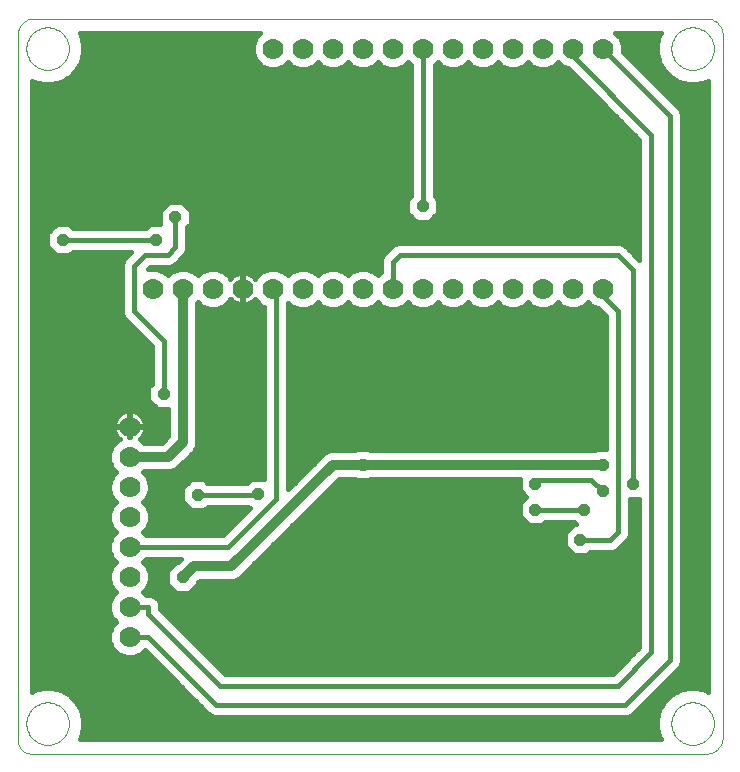
<source format=gbl>
G75*
G70*
%OFA0B0*%
%FSLAX24Y24*%
%IPPOS*%
%LPD*%
%AMOC8*
5,1,8,0,0,1.08239X$1,22.5*
%
%ADD10C,0.0000*%
%ADD11C,0.0700*%
%ADD12C,0.0320*%
%ADD13OC8,0.0396*%
%ADD14C,0.0160*%
D10*
X001631Y002180D02*
X024150Y002180D01*
X024194Y002182D01*
X024237Y002187D01*
X024280Y002196D01*
X024322Y002209D01*
X024363Y002225D01*
X024402Y002244D01*
X024440Y002266D01*
X024476Y002292D01*
X024509Y002320D01*
X024540Y002351D01*
X024568Y002384D01*
X024594Y002420D01*
X024616Y002458D01*
X024635Y002497D01*
X024651Y002538D01*
X024664Y002580D01*
X024673Y002623D01*
X024678Y002666D01*
X024680Y002710D01*
X024680Y026150D01*
X024678Y026194D01*
X024673Y026237D01*
X024664Y026280D01*
X024651Y026322D01*
X024635Y026363D01*
X024616Y026402D01*
X024594Y026440D01*
X024568Y026476D01*
X024540Y026509D01*
X024509Y026540D01*
X024476Y026568D01*
X024440Y026594D01*
X024402Y026616D01*
X024363Y026635D01*
X024322Y026651D01*
X024280Y026664D01*
X024237Y026673D01*
X024194Y026678D01*
X024150Y026680D01*
X001710Y026680D01*
X001666Y026678D01*
X001623Y026673D01*
X001580Y026664D01*
X001538Y026651D01*
X001497Y026635D01*
X001458Y026616D01*
X001420Y026594D01*
X001384Y026568D01*
X001351Y026540D01*
X001320Y026509D01*
X001292Y026476D01*
X001266Y026440D01*
X001244Y026402D01*
X001225Y026363D01*
X001209Y026322D01*
X001196Y026280D01*
X001187Y026237D01*
X001182Y026194D01*
X001180Y026150D01*
X001180Y002631D01*
X001182Y002589D01*
X001188Y002548D01*
X001197Y002508D01*
X001210Y002468D01*
X001227Y002430D01*
X001248Y002394D01*
X001271Y002359D01*
X001298Y002327D01*
X001327Y002298D01*
X001359Y002271D01*
X001394Y002248D01*
X001430Y002227D01*
X001468Y002210D01*
X001508Y002197D01*
X001548Y002188D01*
X001589Y002182D01*
X001631Y002180D01*
X001473Y003180D02*
X001475Y003233D01*
X001481Y003285D01*
X001491Y003337D01*
X001504Y003388D01*
X001522Y003438D01*
X001543Y003487D01*
X001568Y003534D01*
X001596Y003578D01*
X001627Y003621D01*
X001662Y003661D01*
X001699Y003698D01*
X001739Y003733D01*
X001782Y003764D01*
X001827Y003792D01*
X001873Y003817D01*
X001922Y003838D01*
X001972Y003856D01*
X002023Y003869D01*
X002075Y003879D01*
X002127Y003885D01*
X002180Y003887D01*
X002233Y003885D01*
X002285Y003879D01*
X002337Y003869D01*
X002388Y003856D01*
X002438Y003838D01*
X002487Y003817D01*
X002534Y003792D01*
X002578Y003764D01*
X002621Y003733D01*
X002661Y003698D01*
X002698Y003661D01*
X002733Y003621D01*
X002764Y003578D01*
X002792Y003533D01*
X002817Y003487D01*
X002838Y003438D01*
X002856Y003388D01*
X002869Y003337D01*
X002879Y003285D01*
X002885Y003233D01*
X002887Y003180D01*
X002885Y003127D01*
X002879Y003075D01*
X002869Y003023D01*
X002856Y002972D01*
X002838Y002922D01*
X002817Y002873D01*
X002792Y002826D01*
X002764Y002782D01*
X002733Y002739D01*
X002698Y002699D01*
X002661Y002662D01*
X002621Y002627D01*
X002578Y002596D01*
X002533Y002568D01*
X002487Y002543D01*
X002438Y002522D01*
X002388Y002504D01*
X002337Y002491D01*
X002285Y002481D01*
X002233Y002475D01*
X002180Y002473D01*
X002127Y002475D01*
X002075Y002481D01*
X002023Y002491D01*
X001972Y002504D01*
X001922Y002522D01*
X001873Y002543D01*
X001826Y002568D01*
X001782Y002596D01*
X001739Y002627D01*
X001699Y002662D01*
X001662Y002699D01*
X001627Y002739D01*
X001596Y002782D01*
X001568Y002827D01*
X001543Y002873D01*
X001522Y002922D01*
X001504Y002972D01*
X001491Y003023D01*
X001481Y003075D01*
X001475Y003127D01*
X001473Y003180D01*
X001473Y025680D02*
X001475Y025733D01*
X001481Y025785D01*
X001491Y025837D01*
X001504Y025888D01*
X001522Y025938D01*
X001543Y025987D01*
X001568Y026034D01*
X001596Y026078D01*
X001627Y026121D01*
X001662Y026161D01*
X001699Y026198D01*
X001739Y026233D01*
X001782Y026264D01*
X001827Y026292D01*
X001873Y026317D01*
X001922Y026338D01*
X001972Y026356D01*
X002023Y026369D01*
X002075Y026379D01*
X002127Y026385D01*
X002180Y026387D01*
X002233Y026385D01*
X002285Y026379D01*
X002337Y026369D01*
X002388Y026356D01*
X002438Y026338D01*
X002487Y026317D01*
X002534Y026292D01*
X002578Y026264D01*
X002621Y026233D01*
X002661Y026198D01*
X002698Y026161D01*
X002733Y026121D01*
X002764Y026078D01*
X002792Y026033D01*
X002817Y025987D01*
X002838Y025938D01*
X002856Y025888D01*
X002869Y025837D01*
X002879Y025785D01*
X002885Y025733D01*
X002887Y025680D01*
X002885Y025627D01*
X002879Y025575D01*
X002869Y025523D01*
X002856Y025472D01*
X002838Y025422D01*
X002817Y025373D01*
X002792Y025326D01*
X002764Y025282D01*
X002733Y025239D01*
X002698Y025199D01*
X002661Y025162D01*
X002621Y025127D01*
X002578Y025096D01*
X002533Y025068D01*
X002487Y025043D01*
X002438Y025022D01*
X002388Y025004D01*
X002337Y024991D01*
X002285Y024981D01*
X002233Y024975D01*
X002180Y024973D01*
X002127Y024975D01*
X002075Y024981D01*
X002023Y024991D01*
X001972Y025004D01*
X001922Y025022D01*
X001873Y025043D01*
X001826Y025068D01*
X001782Y025096D01*
X001739Y025127D01*
X001699Y025162D01*
X001662Y025199D01*
X001627Y025239D01*
X001596Y025282D01*
X001568Y025327D01*
X001543Y025373D01*
X001522Y025422D01*
X001504Y025472D01*
X001491Y025523D01*
X001481Y025575D01*
X001475Y025627D01*
X001473Y025680D01*
X022973Y025680D02*
X022975Y025733D01*
X022981Y025785D01*
X022991Y025837D01*
X023004Y025888D01*
X023022Y025938D01*
X023043Y025987D01*
X023068Y026034D01*
X023096Y026078D01*
X023127Y026121D01*
X023162Y026161D01*
X023199Y026198D01*
X023239Y026233D01*
X023282Y026264D01*
X023327Y026292D01*
X023373Y026317D01*
X023422Y026338D01*
X023472Y026356D01*
X023523Y026369D01*
X023575Y026379D01*
X023627Y026385D01*
X023680Y026387D01*
X023733Y026385D01*
X023785Y026379D01*
X023837Y026369D01*
X023888Y026356D01*
X023938Y026338D01*
X023987Y026317D01*
X024034Y026292D01*
X024078Y026264D01*
X024121Y026233D01*
X024161Y026198D01*
X024198Y026161D01*
X024233Y026121D01*
X024264Y026078D01*
X024292Y026033D01*
X024317Y025987D01*
X024338Y025938D01*
X024356Y025888D01*
X024369Y025837D01*
X024379Y025785D01*
X024385Y025733D01*
X024387Y025680D01*
X024385Y025627D01*
X024379Y025575D01*
X024369Y025523D01*
X024356Y025472D01*
X024338Y025422D01*
X024317Y025373D01*
X024292Y025326D01*
X024264Y025282D01*
X024233Y025239D01*
X024198Y025199D01*
X024161Y025162D01*
X024121Y025127D01*
X024078Y025096D01*
X024033Y025068D01*
X023987Y025043D01*
X023938Y025022D01*
X023888Y025004D01*
X023837Y024991D01*
X023785Y024981D01*
X023733Y024975D01*
X023680Y024973D01*
X023627Y024975D01*
X023575Y024981D01*
X023523Y024991D01*
X023472Y025004D01*
X023422Y025022D01*
X023373Y025043D01*
X023326Y025068D01*
X023282Y025096D01*
X023239Y025127D01*
X023199Y025162D01*
X023162Y025199D01*
X023127Y025239D01*
X023096Y025282D01*
X023068Y025327D01*
X023043Y025373D01*
X023022Y025422D01*
X023004Y025472D01*
X022991Y025523D01*
X022981Y025575D01*
X022975Y025627D01*
X022973Y025680D01*
X022973Y003180D02*
X022975Y003233D01*
X022981Y003285D01*
X022991Y003337D01*
X023004Y003388D01*
X023022Y003438D01*
X023043Y003487D01*
X023068Y003534D01*
X023096Y003578D01*
X023127Y003621D01*
X023162Y003661D01*
X023199Y003698D01*
X023239Y003733D01*
X023282Y003764D01*
X023327Y003792D01*
X023373Y003817D01*
X023422Y003838D01*
X023472Y003856D01*
X023523Y003869D01*
X023575Y003879D01*
X023627Y003885D01*
X023680Y003887D01*
X023733Y003885D01*
X023785Y003879D01*
X023837Y003869D01*
X023888Y003856D01*
X023938Y003838D01*
X023987Y003817D01*
X024034Y003792D01*
X024078Y003764D01*
X024121Y003733D01*
X024161Y003698D01*
X024198Y003661D01*
X024233Y003621D01*
X024264Y003578D01*
X024292Y003533D01*
X024317Y003487D01*
X024338Y003438D01*
X024356Y003388D01*
X024369Y003337D01*
X024379Y003285D01*
X024385Y003233D01*
X024387Y003180D01*
X024385Y003127D01*
X024379Y003075D01*
X024369Y003023D01*
X024356Y002972D01*
X024338Y002922D01*
X024317Y002873D01*
X024292Y002826D01*
X024264Y002782D01*
X024233Y002739D01*
X024198Y002699D01*
X024161Y002662D01*
X024121Y002627D01*
X024078Y002596D01*
X024033Y002568D01*
X023987Y002543D01*
X023938Y002522D01*
X023888Y002504D01*
X023837Y002491D01*
X023785Y002481D01*
X023733Y002475D01*
X023680Y002473D01*
X023627Y002475D01*
X023575Y002481D01*
X023523Y002491D01*
X023472Y002504D01*
X023422Y002522D01*
X023373Y002543D01*
X023326Y002568D01*
X023282Y002596D01*
X023239Y002627D01*
X023199Y002662D01*
X023162Y002699D01*
X023127Y002739D01*
X023096Y002782D01*
X023068Y002827D01*
X023043Y002873D01*
X023022Y002922D01*
X023004Y002972D01*
X022991Y003023D01*
X022981Y003075D01*
X022975Y003127D01*
X022973Y003180D01*
D11*
X020680Y017680D03*
X019680Y017680D03*
X018680Y017680D03*
X017680Y017680D03*
X016680Y017680D03*
X015680Y017680D03*
X014680Y017680D03*
X013680Y017680D03*
X012680Y017680D03*
X011680Y017680D03*
X010680Y017680D03*
X009680Y017680D03*
X008680Y017680D03*
X007680Y017680D03*
X006680Y017680D03*
X005680Y017680D03*
X004910Y013070D03*
X004910Y012070D03*
X004910Y011070D03*
X004910Y010070D03*
X004910Y009070D03*
X004910Y008070D03*
X004910Y007070D03*
X004910Y006070D03*
X009680Y025680D03*
X010680Y025680D03*
X011680Y025680D03*
X012680Y025680D03*
X013680Y025680D03*
X014680Y025680D03*
X015680Y025680D03*
X016680Y025680D03*
X017680Y025680D03*
X018680Y025680D03*
X019680Y025680D03*
X020680Y025680D03*
D12*
X020680Y011805D02*
X012680Y011805D01*
X011680Y011805D01*
X008305Y008430D01*
X007055Y008430D01*
X006680Y008055D01*
X006195Y012070D02*
X004910Y012070D01*
X006195Y012070D02*
X006680Y012555D01*
X006680Y017680D01*
D13*
X005805Y019305D03*
X006430Y020055D03*
X002680Y019305D03*
X006055Y014180D03*
X009055Y013305D03*
X009180Y010830D03*
X007180Y010805D03*
X006680Y008055D03*
X012430Y006055D03*
X013055Y009680D03*
X012680Y011805D03*
X013180Y013305D03*
X018055Y013305D03*
X018430Y011180D03*
X018430Y010305D03*
X020055Y010305D03*
X020680Y010930D03*
X020680Y011805D03*
X021680Y011180D03*
X021743Y009680D03*
X019930Y009305D03*
X021555Y006055D03*
X014680Y020430D03*
D14*
X014680Y025680D01*
X014180Y025232D02*
X014280Y025132D01*
X014280Y020763D01*
X014162Y020645D01*
X014162Y020215D01*
X014465Y019912D01*
X014895Y019912D01*
X015198Y020215D01*
X015198Y020645D01*
X015080Y020763D01*
X015080Y025132D01*
X015180Y025232D01*
X015300Y025112D01*
X015547Y025010D01*
X015813Y025010D01*
X016060Y025112D01*
X016180Y025232D01*
X016300Y025112D01*
X016547Y025010D01*
X016813Y025010D01*
X017060Y025112D01*
X017180Y025232D01*
X017300Y025112D01*
X017547Y025010D01*
X017813Y025010D01*
X018060Y025112D01*
X018180Y025232D01*
X018300Y025112D01*
X018547Y025010D01*
X018813Y025010D01*
X019060Y025112D01*
X019180Y025232D01*
X019300Y025112D01*
X019526Y025019D01*
X021905Y022639D01*
X021905Y018646D01*
X021519Y019032D01*
X021407Y019144D01*
X021260Y019205D01*
X013850Y019205D01*
X013703Y019144D01*
X013453Y018894D01*
X013341Y018782D01*
X013280Y018635D01*
X013280Y018228D01*
X013180Y018128D01*
X013060Y018248D01*
X012813Y018350D01*
X012547Y018350D01*
X012300Y018248D01*
X012180Y018128D01*
X012060Y018248D01*
X011813Y018350D01*
X011547Y018350D01*
X011300Y018248D01*
X011180Y018128D01*
X011060Y018248D01*
X010813Y018350D01*
X010547Y018350D01*
X010300Y018248D01*
X010180Y018128D01*
X010060Y018248D01*
X009813Y018350D01*
X009547Y018350D01*
X009300Y018248D01*
X009112Y018060D01*
X009093Y018013D01*
X009084Y018025D01*
X009025Y018084D01*
X008958Y018133D01*
X008883Y018171D01*
X008804Y018197D01*
X008722Y018210D01*
X008698Y018210D01*
X008698Y017698D01*
X008662Y017698D01*
X008662Y018210D01*
X008638Y018210D01*
X008556Y018197D01*
X008477Y018171D01*
X008402Y018133D01*
X008335Y018084D01*
X008276Y018025D01*
X008267Y018013D01*
X008248Y018060D01*
X008060Y018248D01*
X007813Y018350D01*
X007547Y018350D01*
X007300Y018248D01*
X007180Y018128D01*
X007060Y018248D01*
X006813Y018350D01*
X006547Y018350D01*
X006300Y018248D01*
X006180Y018128D01*
X006060Y018248D01*
X005813Y018350D01*
X005547Y018350D01*
X005536Y018346D01*
X005596Y018405D01*
X006260Y018405D01*
X006407Y018466D01*
X006519Y018578D01*
X006769Y018828D01*
X006830Y018975D01*
X006830Y019722D01*
X006948Y019840D01*
X006948Y020270D01*
X006645Y020573D01*
X006215Y020573D01*
X005912Y020270D01*
X005912Y019840D01*
X005929Y019823D01*
X005590Y019823D01*
X005472Y019705D01*
X003013Y019705D01*
X002895Y019823D01*
X002465Y019823D01*
X002162Y019520D01*
X002162Y019090D01*
X002465Y018787D01*
X002895Y018787D01*
X003013Y018905D01*
X004964Y018905D01*
X004828Y018769D01*
X004716Y018657D01*
X004655Y018510D01*
X004655Y016850D01*
X004716Y016703D01*
X005655Y015764D01*
X005655Y014513D01*
X005537Y014395D01*
X005537Y013965D01*
X005840Y013662D01*
X006200Y013662D01*
X006200Y012754D01*
X005996Y012550D01*
X005378Y012550D01*
X005290Y012638D01*
X005243Y012657D01*
X005255Y012666D01*
X005314Y012725D01*
X005363Y012792D01*
X005401Y012867D01*
X005427Y012946D01*
X005440Y013028D01*
X005440Y013052D01*
X004928Y013052D01*
X004928Y012740D01*
X004892Y012740D01*
X004892Y013052D01*
X004928Y013052D01*
X004928Y013088D01*
X004892Y013088D01*
X004892Y013052D01*
X004380Y013052D01*
X004380Y013028D01*
X004393Y012946D01*
X004419Y012867D01*
X004457Y012792D01*
X004506Y012725D01*
X004565Y012666D01*
X004577Y012657D01*
X004530Y012638D01*
X004342Y012450D01*
X004240Y012203D01*
X004240Y011937D01*
X004342Y011690D01*
X001660Y011690D01*
X001660Y011532D02*
X004424Y011532D01*
X004462Y011570D02*
X004342Y011450D01*
X004240Y011203D01*
X004240Y010937D01*
X004342Y010690D01*
X004462Y010570D01*
X004342Y010450D01*
X004240Y010203D01*
X004240Y009937D01*
X004342Y009690D01*
X004462Y009570D01*
X004342Y009450D01*
X004240Y009203D01*
X004240Y008937D01*
X004342Y008690D01*
X004462Y008570D01*
X004342Y008450D01*
X004240Y008203D01*
X001660Y008203D01*
X001660Y008045D02*
X004240Y008045D01*
X004240Y007937D02*
X004342Y007690D01*
X004462Y007570D01*
X004342Y007450D01*
X004240Y007203D01*
X004240Y006937D01*
X004342Y006690D01*
X004462Y006570D01*
X004342Y006450D01*
X004240Y006203D01*
X004240Y005937D01*
X004342Y005690D01*
X004530Y005502D01*
X004777Y005400D01*
X005043Y005400D01*
X005290Y005502D01*
X005416Y005628D01*
X007466Y003578D01*
X007578Y003466D01*
X007725Y003405D01*
X021510Y003405D01*
X021657Y003466D01*
X021769Y003578D01*
X021769Y003578D01*
X023269Y005078D01*
X023330Y005225D01*
X023330Y023510D01*
X023269Y023657D01*
X023157Y023769D01*
X023157Y023769D01*
X021350Y025576D01*
X021350Y025813D01*
X021248Y026060D01*
X021108Y026200D01*
X022610Y026200D01*
X022574Y026138D01*
X022493Y025836D01*
X022493Y025524D01*
X022574Y025222D01*
X022730Y024951D01*
X022951Y024730D01*
X023222Y024574D01*
X023524Y024493D01*
X023836Y024493D01*
X024138Y024574D01*
X024200Y024610D01*
X024200Y004250D01*
X024138Y004286D01*
X023836Y004367D01*
X023524Y004367D01*
X023222Y004286D01*
X022951Y004130D01*
X022730Y003909D01*
X022574Y003638D01*
X022493Y003336D01*
X022493Y003024D01*
X022574Y002722D01*
X022610Y002660D01*
X003250Y002660D01*
X003286Y002722D01*
X003367Y003024D01*
X003367Y003336D01*
X003286Y003638D01*
X003130Y003909D01*
X002909Y004130D01*
X002638Y004286D01*
X002336Y004367D01*
X002024Y004367D01*
X001722Y004286D01*
X001660Y004250D01*
X001660Y024610D01*
X001722Y024574D01*
X002024Y024493D01*
X002336Y024493D01*
X002638Y024574D01*
X002909Y024730D01*
X003130Y024951D01*
X003286Y025222D01*
X003367Y025524D01*
X003367Y025836D01*
X003286Y026138D01*
X003250Y026200D01*
X009252Y026200D01*
X009112Y026060D01*
X009010Y025813D01*
X009010Y025547D01*
X009112Y025300D01*
X009300Y025112D01*
X009547Y025010D01*
X009813Y025010D01*
X010060Y025112D01*
X010180Y025232D01*
X010300Y025112D01*
X010547Y025010D01*
X010813Y025010D01*
X011060Y025112D01*
X011180Y025232D01*
X011300Y025112D01*
X011547Y025010D01*
X011813Y025010D01*
X012060Y025112D01*
X012180Y025232D01*
X012300Y025112D01*
X012547Y025010D01*
X012813Y025010D01*
X013060Y025112D01*
X013180Y025232D01*
X013300Y025112D01*
X013547Y025010D01*
X013813Y025010D01*
X014060Y025112D01*
X014180Y025232D01*
X014110Y025163D02*
X014250Y025163D01*
X014280Y025004D02*
X003160Y025004D01*
X003252Y025163D02*
X009250Y025163D01*
X009103Y025321D02*
X003313Y025321D01*
X003355Y025480D02*
X009038Y025480D01*
X009010Y025638D02*
X003367Y025638D01*
X003367Y025797D02*
X009010Y025797D01*
X009069Y025955D02*
X003335Y025955D01*
X003293Y026114D02*
X009166Y026114D01*
X010110Y025163D02*
X010250Y025163D01*
X011110Y025163D02*
X011250Y025163D01*
X012110Y025163D02*
X012250Y025163D01*
X013110Y025163D02*
X013250Y025163D01*
X014280Y024846D02*
X003024Y024846D01*
X002834Y024687D02*
X014280Y024687D01*
X014280Y024529D02*
X002469Y024529D01*
X001891Y024529D02*
X001660Y024529D01*
X001660Y024370D02*
X014280Y024370D01*
X014280Y024212D02*
X001660Y024212D01*
X001660Y024053D02*
X014280Y024053D01*
X014280Y023895D02*
X001660Y023895D01*
X001660Y023736D02*
X014280Y023736D01*
X014280Y023578D02*
X001660Y023578D01*
X001660Y023419D02*
X014280Y023419D01*
X014280Y023261D02*
X001660Y023261D01*
X001660Y023102D02*
X014280Y023102D01*
X014280Y022944D02*
X001660Y022944D01*
X001660Y022785D02*
X014280Y022785D01*
X014280Y022627D02*
X001660Y022627D01*
X001660Y022468D02*
X014280Y022468D01*
X014280Y022310D02*
X001660Y022310D01*
X001660Y022151D02*
X014280Y022151D01*
X014280Y021993D02*
X001660Y021993D01*
X001660Y021834D02*
X014280Y021834D01*
X014280Y021676D02*
X001660Y021676D01*
X001660Y021517D02*
X014280Y021517D01*
X014280Y021359D02*
X001660Y021359D01*
X001660Y021200D02*
X014280Y021200D01*
X014280Y021042D02*
X001660Y021042D01*
X001660Y020883D02*
X014280Y020883D01*
X014242Y020725D02*
X001660Y020725D01*
X001660Y020566D02*
X006208Y020566D01*
X006050Y020408D02*
X001660Y020408D01*
X001660Y020249D02*
X005912Y020249D01*
X005912Y020091D02*
X001660Y020091D01*
X001660Y019932D02*
X005912Y019932D01*
X005541Y019774D02*
X002944Y019774D01*
X002680Y019305D02*
X005805Y019305D01*
X005430Y018805D02*
X005055Y018430D01*
X005055Y016930D01*
X006055Y015930D01*
X006055Y014180D01*
X005752Y013751D02*
X001660Y013751D01*
X001660Y013909D02*
X005593Y013909D01*
X005537Y014068D02*
X001660Y014068D01*
X001660Y014226D02*
X005537Y014226D01*
X005537Y014385D02*
X001660Y014385D01*
X001660Y014543D02*
X005655Y014543D01*
X005655Y014702D02*
X001660Y014702D01*
X001660Y014860D02*
X005655Y014860D01*
X005655Y015019D02*
X001660Y015019D01*
X001660Y015177D02*
X005655Y015177D01*
X005655Y015336D02*
X001660Y015336D01*
X001660Y015494D02*
X005655Y015494D01*
X005655Y015653D02*
X001660Y015653D01*
X001660Y015811D02*
X005608Y015811D01*
X005450Y015970D02*
X001660Y015970D01*
X001660Y016128D02*
X005291Y016128D01*
X005133Y016287D02*
X001660Y016287D01*
X001660Y016445D02*
X004974Y016445D01*
X004816Y016604D02*
X001660Y016604D01*
X001660Y016762D02*
X004692Y016762D01*
X004655Y016921D02*
X001660Y016921D01*
X001660Y017079D02*
X004655Y017079D01*
X004655Y017238D02*
X001660Y017238D01*
X001660Y017396D02*
X004655Y017396D01*
X004655Y017555D02*
X001660Y017555D01*
X001660Y017713D02*
X004655Y017713D01*
X004655Y017872D02*
X001660Y017872D01*
X001660Y018030D02*
X004655Y018030D01*
X004655Y018189D02*
X001660Y018189D01*
X001660Y018347D02*
X004655Y018347D01*
X004655Y018506D02*
X001660Y018506D01*
X001660Y018664D02*
X004723Y018664D01*
X004882Y018823D02*
X002930Y018823D01*
X002430Y018823D02*
X001660Y018823D01*
X001660Y018981D02*
X002271Y018981D01*
X002162Y019140D02*
X001660Y019140D01*
X001660Y019298D02*
X002162Y019298D01*
X002162Y019457D02*
X001660Y019457D01*
X001660Y019615D02*
X002257Y019615D01*
X002416Y019774D02*
X001660Y019774D01*
X005430Y018805D02*
X006180Y018805D01*
X006430Y019055D01*
X006430Y020055D01*
X006810Y020408D02*
X014162Y020408D01*
X014162Y020566D02*
X006652Y020566D01*
X006948Y020249D02*
X014162Y020249D01*
X014287Y020091D02*
X006948Y020091D01*
X006948Y019932D02*
X014445Y019932D01*
X014915Y019932D02*
X021905Y019932D01*
X021905Y019774D02*
X006881Y019774D01*
X006830Y019615D02*
X021905Y019615D01*
X021905Y019457D02*
X006830Y019457D01*
X006830Y019298D02*
X021905Y019298D01*
X021905Y019140D02*
X021411Y019140D01*
X021570Y018981D02*
X021905Y018981D01*
X021905Y018823D02*
X021728Y018823D01*
X021887Y018664D02*
X021905Y018664D01*
X021680Y018305D02*
X021180Y018805D01*
X013930Y018805D01*
X013680Y018555D01*
X013680Y017680D01*
X014180Y017232D02*
X014300Y017112D01*
X014547Y017010D01*
X014813Y017010D01*
X015060Y017112D01*
X015180Y017232D01*
X015300Y017112D01*
X015547Y017010D01*
X015813Y017010D01*
X016060Y017112D01*
X016180Y017232D01*
X016300Y017112D01*
X016547Y017010D01*
X016813Y017010D01*
X017060Y017112D01*
X017180Y017232D01*
X017300Y017112D01*
X017547Y017010D01*
X017813Y017010D01*
X018060Y017112D01*
X018180Y017232D01*
X018300Y017112D01*
X018547Y017010D01*
X018813Y017010D01*
X019060Y017112D01*
X019180Y017232D01*
X019300Y017112D01*
X019547Y017010D01*
X019813Y017010D01*
X020060Y017112D01*
X020180Y017232D01*
X020300Y017112D01*
X020526Y017019D01*
X020780Y016764D01*
X020780Y012323D01*
X020465Y012323D01*
X020427Y012285D01*
X012933Y012285D01*
X012895Y012323D01*
X012465Y012323D01*
X012427Y012285D01*
X011585Y012285D01*
X011408Y012212D01*
X010205Y011009D01*
X010205Y017207D01*
X010300Y017112D01*
X010547Y017010D01*
X010813Y017010D01*
X011060Y017112D01*
X011180Y017232D01*
X011300Y017112D01*
X011547Y017010D01*
X011813Y017010D01*
X012060Y017112D01*
X012180Y017232D01*
X012300Y017112D01*
X012547Y017010D01*
X012813Y017010D01*
X013060Y017112D01*
X013180Y017232D01*
X013300Y017112D01*
X013547Y017010D01*
X013813Y017010D01*
X014060Y017112D01*
X014180Y017232D01*
X013980Y017079D02*
X014380Y017079D01*
X014980Y017079D02*
X015380Y017079D01*
X015980Y017079D02*
X016380Y017079D01*
X016980Y017079D02*
X017380Y017079D01*
X017980Y017079D02*
X018380Y017079D01*
X018980Y017079D02*
X019380Y017079D01*
X019980Y017079D02*
X020380Y017079D01*
X020624Y016921D02*
X010205Y016921D01*
X010205Y017079D02*
X010380Y017079D01*
X010205Y016762D02*
X020780Y016762D01*
X020780Y016604D02*
X010205Y016604D01*
X010205Y016445D02*
X020780Y016445D01*
X020780Y016287D02*
X010205Y016287D01*
X010205Y016128D02*
X020780Y016128D01*
X020780Y015970D02*
X010205Y015970D01*
X010205Y015811D02*
X020780Y015811D01*
X020780Y015653D02*
X010205Y015653D01*
X010205Y015494D02*
X020780Y015494D01*
X020780Y015336D02*
X010205Y015336D01*
X010205Y015177D02*
X020780Y015177D01*
X020780Y015019D02*
X010205Y015019D01*
X010205Y014860D02*
X020780Y014860D01*
X020780Y014702D02*
X010205Y014702D01*
X010205Y014543D02*
X020780Y014543D01*
X020780Y014385D02*
X010205Y014385D01*
X010205Y014226D02*
X020780Y014226D01*
X020780Y014068D02*
X010205Y014068D01*
X010205Y013909D02*
X020780Y013909D01*
X020780Y013751D02*
X010205Y013751D01*
X010205Y013592D02*
X020780Y013592D01*
X020780Y013434D02*
X010205Y013434D01*
X010205Y013275D02*
X020780Y013275D01*
X020780Y013117D02*
X010205Y013117D01*
X010205Y012958D02*
X020780Y012958D01*
X020780Y012800D02*
X010205Y012800D01*
X010205Y012641D02*
X020780Y012641D01*
X020780Y012483D02*
X010205Y012483D01*
X010205Y012324D02*
X020780Y012324D01*
X020305Y011305D02*
X018555Y011305D01*
X018430Y011180D01*
X017912Y011215D02*
X011768Y011215D01*
X011879Y011325D02*
X012427Y011325D01*
X012465Y011287D01*
X012895Y011287D01*
X012933Y011325D01*
X017912Y011325D01*
X017912Y010965D01*
X018135Y010743D01*
X017912Y010520D01*
X017912Y010090D01*
X018215Y009787D01*
X018645Y009787D01*
X018763Y009905D01*
X019722Y009905D01*
X019804Y009823D01*
X019715Y009823D01*
X019412Y009520D01*
X019412Y009090D01*
X019715Y008787D01*
X020145Y008787D01*
X020263Y008905D01*
X021010Y008905D01*
X021157Y008966D01*
X021269Y009078D01*
X021519Y009328D01*
X021580Y009475D01*
X021580Y010662D01*
X021895Y010662D01*
X021905Y010672D01*
X021905Y005721D01*
X021014Y004830D01*
X008096Y004830D01*
X005940Y006986D01*
X005940Y007150D01*
X005879Y007297D01*
X005767Y007409D01*
X005620Y007470D01*
X005458Y007470D01*
X005358Y007570D01*
X005478Y007690D01*
X005580Y007937D01*
X005580Y008203D01*
X006162Y008203D01*
X006162Y008270D02*
X006162Y007840D01*
X006465Y007537D01*
X006895Y007537D01*
X007198Y007840D01*
X007198Y007894D01*
X007254Y007950D01*
X008400Y007950D01*
X008577Y008023D01*
X008712Y008158D01*
X011879Y011325D01*
X011610Y011056D02*
X017912Y011056D01*
X017980Y010898D02*
X011451Y010898D01*
X011293Y010739D02*
X018131Y010739D01*
X017973Y010581D02*
X011134Y010581D01*
X010976Y010422D02*
X017912Y010422D01*
X017912Y010264D02*
X010817Y010264D01*
X010659Y010105D02*
X017912Y010105D01*
X018056Y009947D02*
X010500Y009947D01*
X010342Y009788D02*
X018214Y009788D01*
X018430Y010305D02*
X020055Y010305D01*
X019680Y009788D02*
X018646Y009788D01*
X019412Y009471D02*
X010025Y009471D01*
X010183Y009630D02*
X019522Y009630D01*
X019412Y009313D02*
X009866Y009313D01*
X009708Y009154D02*
X019412Y009154D01*
X019507Y008996D02*
X009549Y008996D01*
X009391Y008837D02*
X019665Y008837D01*
X020195Y008837D02*
X021905Y008837D01*
X021905Y008679D02*
X009232Y008679D01*
X009074Y008520D02*
X021905Y008520D01*
X021905Y008362D02*
X008915Y008362D01*
X008757Y008203D02*
X021905Y008203D01*
X021905Y008045D02*
X008598Y008045D01*
X008195Y009070D02*
X009805Y010680D01*
X009805Y017555D01*
X009680Y017680D01*
X009405Y017069D02*
X009300Y017112D01*
X009112Y017300D01*
X009093Y017347D01*
X009084Y017335D01*
X009025Y017276D01*
X008958Y017227D01*
X008883Y017189D01*
X008804Y017163D01*
X008722Y017150D01*
X008698Y017150D01*
X008698Y017662D01*
X008662Y017662D01*
X008662Y017150D01*
X008638Y017150D01*
X008556Y017163D01*
X008477Y017189D01*
X008402Y017227D01*
X008335Y017276D01*
X008276Y017335D01*
X008267Y017347D01*
X008248Y017300D01*
X008060Y017112D01*
X007813Y017010D01*
X007547Y017010D01*
X007300Y017112D01*
X007180Y017232D01*
X007160Y017212D01*
X007160Y012460D01*
X007087Y012283D01*
X006952Y012148D01*
X006467Y011663D01*
X006290Y011590D01*
X005378Y011590D01*
X005358Y011570D01*
X005478Y011450D01*
X005580Y011203D01*
X005580Y010937D01*
X005478Y010690D01*
X005358Y010570D01*
X005478Y010450D01*
X005580Y010203D01*
X005580Y009937D01*
X005478Y009690D01*
X005358Y009570D01*
X005458Y009470D01*
X008029Y009470D01*
X008918Y010359D01*
X008872Y010405D01*
X007513Y010405D01*
X007395Y010287D01*
X006965Y010287D01*
X006662Y010590D01*
X006662Y011020D01*
X006965Y011323D01*
X007395Y011323D01*
X007513Y011205D01*
X008823Y011205D01*
X008965Y011348D01*
X009395Y011348D01*
X009405Y011337D01*
X009405Y017069D01*
X009380Y017079D02*
X007980Y017079D01*
X008185Y017238D02*
X008387Y017238D01*
X008662Y017238D02*
X008698Y017238D01*
X008698Y017396D02*
X008662Y017396D01*
X008662Y017555D02*
X008698Y017555D01*
X008698Y017713D02*
X008662Y017713D01*
X008662Y017872D02*
X008698Y017872D01*
X008698Y018030D02*
X008662Y018030D01*
X008662Y018189D02*
X008698Y018189D01*
X008830Y018189D02*
X009241Y018189D01*
X009100Y018030D02*
X009080Y018030D01*
X009540Y018347D02*
X007820Y018347D01*
X007540Y018347D02*
X006820Y018347D01*
X006540Y018347D02*
X005820Y018347D01*
X005540Y018347D02*
X005538Y018347D01*
X006119Y018189D02*
X006241Y018189D01*
X006446Y018506D02*
X013280Y018506D01*
X013292Y018664D02*
X006605Y018664D01*
X006763Y018823D02*
X013382Y018823D01*
X013540Y018981D02*
X006830Y018981D01*
X006830Y019140D02*
X013699Y019140D01*
X013280Y018347D02*
X012820Y018347D01*
X012540Y018347D02*
X011820Y018347D01*
X011540Y018347D02*
X010820Y018347D01*
X010540Y018347D02*
X009820Y018347D01*
X010119Y018189D02*
X010241Y018189D01*
X011119Y018189D02*
X011241Y018189D01*
X012119Y018189D02*
X012241Y018189D01*
X013119Y018189D02*
X013241Y018189D01*
X013380Y017079D02*
X012980Y017079D01*
X012380Y017079D02*
X011980Y017079D01*
X011380Y017079D02*
X010980Y017079D01*
X009405Y016921D02*
X007160Y016921D01*
X007160Y017079D02*
X007380Y017079D01*
X007160Y016762D02*
X009405Y016762D01*
X009405Y016604D02*
X007160Y016604D01*
X007160Y016445D02*
X009405Y016445D01*
X009405Y016287D02*
X007160Y016287D01*
X007160Y016128D02*
X009405Y016128D01*
X009405Y015970D02*
X007160Y015970D01*
X007160Y015811D02*
X009405Y015811D01*
X009405Y015653D02*
X007160Y015653D01*
X007160Y015494D02*
X009405Y015494D01*
X009405Y015336D02*
X007160Y015336D01*
X007160Y015177D02*
X009405Y015177D01*
X009405Y015019D02*
X007160Y015019D01*
X007160Y014860D02*
X009405Y014860D01*
X009405Y014702D02*
X007160Y014702D01*
X007160Y014543D02*
X009405Y014543D01*
X009405Y014385D02*
X007160Y014385D01*
X007160Y014226D02*
X009405Y014226D01*
X009405Y014068D02*
X007160Y014068D01*
X007160Y013909D02*
X009405Y013909D01*
X009405Y013751D02*
X007160Y013751D01*
X007160Y013592D02*
X009405Y013592D01*
X009405Y013434D02*
X007160Y013434D01*
X007160Y013275D02*
X009405Y013275D01*
X009405Y013117D02*
X007160Y013117D01*
X007160Y012958D02*
X009405Y012958D01*
X009405Y012800D02*
X007160Y012800D01*
X007160Y012641D02*
X009405Y012641D01*
X009405Y012483D02*
X007160Y012483D01*
X007104Y012324D02*
X009405Y012324D01*
X009405Y012166D02*
X006969Y012166D01*
X006811Y012007D02*
X009405Y012007D01*
X009405Y011849D02*
X006652Y011849D01*
X006494Y011690D02*
X009405Y011690D01*
X009405Y011532D02*
X005396Y011532D01*
X005510Y011373D02*
X009405Y011373D01*
X009180Y010830D02*
X009155Y010805D01*
X007180Y010805D01*
X006830Y010422D02*
X005489Y010422D01*
X005555Y010264D02*
X008823Y010264D01*
X008664Y010105D02*
X005580Y010105D01*
X005580Y009947D02*
X008506Y009947D01*
X008347Y009788D02*
X005518Y009788D01*
X005417Y009630D02*
X008189Y009630D01*
X008030Y009471D02*
X005457Y009471D01*
X005458Y008670D02*
X006616Y008670D01*
X006519Y008573D01*
X006465Y008573D01*
X006162Y008270D01*
X006254Y008362D02*
X005514Y008362D01*
X005478Y008450D02*
X005358Y008570D01*
X005458Y008670D01*
X005408Y008520D02*
X006412Y008520D01*
X006162Y008045D02*
X005580Y008045D01*
X005580Y008203D02*
X005478Y008450D01*
X005559Y007886D02*
X006162Y007886D01*
X006275Y007728D02*
X005493Y007728D01*
X005359Y007569D02*
X006433Y007569D01*
X006927Y007569D02*
X021905Y007569D01*
X021905Y007411D02*
X005763Y007411D01*
X005898Y007252D02*
X021905Y007252D01*
X021905Y007094D02*
X005940Y007094D01*
X005991Y006935D02*
X021905Y006935D01*
X021905Y006777D02*
X006149Y006777D01*
X006308Y006618D02*
X021905Y006618D01*
X021905Y006460D02*
X006466Y006460D01*
X006625Y006301D02*
X021905Y006301D01*
X021905Y006143D02*
X006783Y006143D01*
X006942Y005984D02*
X021905Y005984D01*
X021905Y005826D02*
X007100Y005826D01*
X007259Y005667D02*
X021851Y005667D01*
X021693Y005509D02*
X007417Y005509D01*
X007576Y005350D02*
X021534Y005350D01*
X021376Y005192D02*
X007734Y005192D01*
X007893Y005033D02*
X021217Y005033D01*
X021059Y004875D02*
X008051Y004875D01*
X007930Y004430D02*
X021180Y004430D01*
X022305Y005555D01*
X022305Y022805D01*
X019680Y025430D01*
X019680Y025680D01*
X019250Y025163D02*
X019110Y025163D01*
X019540Y025004D02*
X015080Y025004D01*
X015080Y024846D02*
X019699Y024846D01*
X019857Y024687D02*
X015080Y024687D01*
X015080Y024529D02*
X020016Y024529D01*
X020174Y024370D02*
X015080Y024370D01*
X015080Y024212D02*
X020333Y024212D01*
X020491Y024053D02*
X015080Y024053D01*
X015080Y023895D02*
X020650Y023895D01*
X020808Y023736D02*
X015080Y023736D01*
X015080Y023578D02*
X020967Y023578D01*
X021125Y023419D02*
X015080Y023419D01*
X015080Y023261D02*
X021284Y023261D01*
X021442Y023102D02*
X015080Y023102D01*
X015080Y022944D02*
X021601Y022944D01*
X021759Y022785D02*
X015080Y022785D01*
X015080Y022627D02*
X021905Y022627D01*
X021905Y022468D02*
X015080Y022468D01*
X015080Y022310D02*
X021905Y022310D01*
X021905Y022151D02*
X015080Y022151D01*
X015080Y021993D02*
X021905Y021993D01*
X021905Y021834D02*
X015080Y021834D01*
X015080Y021676D02*
X021905Y021676D01*
X021905Y021517D02*
X015080Y021517D01*
X015080Y021359D02*
X021905Y021359D01*
X021905Y021200D02*
X015080Y021200D01*
X015080Y021042D02*
X021905Y021042D01*
X021905Y020883D02*
X015080Y020883D01*
X015118Y020725D02*
X021905Y020725D01*
X021905Y020566D02*
X015198Y020566D01*
X015198Y020408D02*
X021905Y020408D01*
X021905Y020249D02*
X015198Y020249D01*
X015073Y020091D02*
X021905Y020091D01*
X023330Y020091D02*
X024200Y020091D01*
X024200Y020249D02*
X023330Y020249D01*
X023330Y020408D02*
X024200Y020408D01*
X024200Y020566D02*
X023330Y020566D01*
X023330Y020725D02*
X024200Y020725D01*
X024200Y020883D02*
X023330Y020883D01*
X023330Y021042D02*
X024200Y021042D01*
X024200Y021200D02*
X023330Y021200D01*
X023330Y021359D02*
X024200Y021359D01*
X024200Y021517D02*
X023330Y021517D01*
X023330Y021676D02*
X024200Y021676D01*
X024200Y021834D02*
X023330Y021834D01*
X023330Y021993D02*
X024200Y021993D01*
X024200Y022151D02*
X023330Y022151D01*
X023330Y022310D02*
X024200Y022310D01*
X024200Y022468D02*
X023330Y022468D01*
X023330Y022627D02*
X024200Y022627D01*
X024200Y022785D02*
X023330Y022785D01*
X023330Y022944D02*
X024200Y022944D01*
X024200Y023102D02*
X023330Y023102D01*
X023330Y023261D02*
X024200Y023261D01*
X024200Y023419D02*
X023330Y023419D01*
X023302Y023578D02*
X024200Y023578D01*
X024200Y023736D02*
X023190Y023736D01*
X023031Y023895D02*
X024200Y023895D01*
X024200Y024053D02*
X022873Y024053D01*
X022714Y024212D02*
X024200Y024212D01*
X024200Y024370D02*
X022556Y024370D01*
X022397Y024529D02*
X023391Y024529D01*
X023026Y024687D02*
X022239Y024687D01*
X022080Y024846D02*
X022836Y024846D01*
X022700Y025004D02*
X021922Y025004D01*
X021763Y025163D02*
X022608Y025163D01*
X022547Y025321D02*
X021605Y025321D01*
X021446Y025480D02*
X022505Y025480D01*
X022493Y025638D02*
X021350Y025638D01*
X021350Y025797D02*
X022493Y025797D01*
X022525Y025955D02*
X021291Y025955D01*
X021194Y026114D02*
X022567Y026114D01*
X023969Y024529D02*
X024200Y024529D01*
X022930Y023430D02*
X022930Y005305D01*
X021430Y003805D01*
X007805Y003805D01*
X005540Y006070D01*
X004910Y006070D01*
X004286Y005826D02*
X001660Y005826D01*
X001660Y005984D02*
X004240Y005984D01*
X004240Y006143D02*
X001660Y006143D01*
X001660Y006301D02*
X004280Y006301D01*
X004352Y006460D02*
X001660Y006460D01*
X001660Y006618D02*
X004414Y006618D01*
X004306Y006777D02*
X001660Y006777D01*
X001660Y006935D02*
X004241Y006935D01*
X004240Y007094D02*
X001660Y007094D01*
X001660Y007252D02*
X004260Y007252D01*
X004326Y007411D02*
X001660Y007411D01*
X001660Y007569D02*
X004461Y007569D01*
X004327Y007728D02*
X001660Y007728D01*
X001660Y007886D02*
X004261Y007886D01*
X004240Y007937D02*
X004240Y008203D01*
X004306Y008362D02*
X001660Y008362D01*
X001660Y008520D02*
X004412Y008520D01*
X004354Y008679D02*
X001660Y008679D01*
X001660Y008837D02*
X004281Y008837D01*
X004240Y008996D02*
X001660Y008996D01*
X001660Y009154D02*
X004240Y009154D01*
X004285Y009313D02*
X001660Y009313D01*
X001660Y009471D02*
X004363Y009471D01*
X004403Y009630D02*
X001660Y009630D01*
X001660Y009788D02*
X004302Y009788D01*
X004240Y009947D02*
X001660Y009947D01*
X001660Y010105D02*
X004240Y010105D01*
X004265Y010264D02*
X001660Y010264D01*
X001660Y010422D02*
X004331Y010422D01*
X004452Y010581D02*
X001660Y010581D01*
X001660Y010739D02*
X004322Y010739D01*
X004256Y010898D02*
X001660Y010898D01*
X001660Y011056D02*
X004240Y011056D01*
X004245Y011215D02*
X001660Y011215D01*
X001660Y011373D02*
X004310Y011373D01*
X004462Y011570D02*
X004342Y011690D01*
X004277Y011849D02*
X001660Y011849D01*
X001660Y012007D02*
X004240Y012007D01*
X004240Y012166D02*
X001660Y012166D01*
X001660Y012324D02*
X004290Y012324D01*
X004375Y012483D02*
X001660Y012483D01*
X001660Y012641D02*
X004538Y012641D01*
X004453Y012800D02*
X001660Y012800D01*
X001660Y012958D02*
X004391Y012958D01*
X004380Y013088D02*
X004892Y013088D01*
X004892Y013600D01*
X004868Y013600D01*
X004786Y013587D01*
X004707Y013561D01*
X004632Y013523D01*
X004565Y013474D01*
X004506Y013415D01*
X004457Y013348D01*
X004419Y013273D01*
X004393Y013194D01*
X004380Y013112D01*
X004380Y013088D01*
X004381Y013117D02*
X001660Y013117D01*
X001660Y013275D02*
X004420Y013275D01*
X004524Y013434D02*
X001660Y013434D01*
X001660Y013592D02*
X004818Y013592D01*
X004892Y013592D02*
X004928Y013592D01*
X004928Y013600D02*
X004928Y013088D01*
X005440Y013088D01*
X005440Y013112D01*
X005427Y013194D01*
X005401Y013273D01*
X005363Y013348D01*
X005314Y013415D01*
X005255Y013474D01*
X005188Y013523D01*
X005113Y013561D01*
X005034Y013587D01*
X004952Y013600D01*
X004928Y013600D01*
X005002Y013592D02*
X006200Y013592D01*
X006200Y013434D02*
X005296Y013434D01*
X005400Y013275D02*
X006200Y013275D01*
X006200Y013117D02*
X005439Y013117D01*
X005429Y012958D02*
X006200Y012958D01*
X006200Y012800D02*
X005367Y012800D01*
X005282Y012641D02*
X006087Y012641D01*
X004928Y012800D02*
X004892Y012800D01*
X004892Y012958D02*
X004928Y012958D01*
X004928Y013117D02*
X004892Y013117D01*
X004892Y013275D02*
X004928Y013275D01*
X004928Y013434D02*
X004892Y013434D01*
X005575Y011215D02*
X006857Y011215D01*
X006698Y011056D02*
X005580Y011056D01*
X005564Y010898D02*
X006662Y010898D01*
X006662Y010739D02*
X005498Y010739D01*
X005368Y010581D02*
X006672Y010581D01*
X007503Y011215D02*
X008832Y011215D01*
X010205Y011215D02*
X010411Y011215D01*
X010569Y011373D02*
X010205Y011373D01*
X010205Y011532D02*
X010728Y011532D01*
X010886Y011690D02*
X010205Y011690D01*
X010205Y011849D02*
X011045Y011849D01*
X011203Y012007D02*
X010205Y012007D01*
X010205Y012166D02*
X011362Y012166D01*
X010252Y011056D02*
X010205Y011056D01*
X008195Y009070D02*
X004910Y009070D01*
X004910Y007070D02*
X005540Y007070D01*
X005540Y006820D01*
X007930Y004430D01*
X007279Y003765D02*
X003213Y003765D01*
X003295Y003607D02*
X007438Y003607D01*
X007622Y003448D02*
X003337Y003448D01*
X003367Y003290D02*
X022493Y003290D01*
X022493Y003131D02*
X003367Y003131D01*
X003353Y002973D02*
X022507Y002973D01*
X022549Y002814D02*
X003311Y002814D01*
X003115Y003924D02*
X007121Y003924D01*
X006962Y004082D02*
X002957Y004082D01*
X002717Y004241D02*
X006804Y004241D01*
X006645Y004399D02*
X001660Y004399D01*
X001660Y004558D02*
X006487Y004558D01*
X006328Y004716D02*
X001660Y004716D01*
X001660Y004875D02*
X006170Y004875D01*
X006011Y005033D02*
X001660Y005033D01*
X001660Y005192D02*
X005853Y005192D01*
X005694Y005350D02*
X001660Y005350D01*
X001660Y005509D02*
X004524Y005509D01*
X004365Y005667D02*
X001660Y005667D01*
X005296Y005509D02*
X005536Y005509D01*
X007085Y007728D02*
X021905Y007728D01*
X021905Y007886D02*
X007198Y007886D01*
X008973Y017238D02*
X009175Y017238D01*
X008280Y018030D02*
X008260Y018030D01*
X008119Y018189D02*
X008530Y018189D01*
X007241Y018189D02*
X007119Y018189D01*
X015110Y025163D02*
X015250Y025163D01*
X016110Y025163D02*
X016250Y025163D01*
X017110Y025163D02*
X017250Y025163D01*
X018110Y025163D02*
X018250Y025163D01*
X020680Y025680D02*
X022930Y023430D01*
X023330Y019932D02*
X024200Y019932D01*
X024200Y019774D02*
X023330Y019774D01*
X023330Y019615D02*
X024200Y019615D01*
X024200Y019457D02*
X023330Y019457D01*
X023330Y019298D02*
X024200Y019298D01*
X024200Y019140D02*
X023330Y019140D01*
X023330Y018981D02*
X024200Y018981D01*
X024200Y018823D02*
X023330Y018823D01*
X023330Y018664D02*
X024200Y018664D01*
X024200Y018506D02*
X023330Y018506D01*
X023330Y018347D02*
X024200Y018347D01*
X024200Y018189D02*
X023330Y018189D01*
X023330Y018030D02*
X024200Y018030D01*
X024200Y017872D02*
X023330Y017872D01*
X023330Y017713D02*
X024200Y017713D01*
X024200Y017555D02*
X023330Y017555D01*
X023330Y017396D02*
X024200Y017396D01*
X024200Y017238D02*
X023330Y017238D01*
X023330Y017079D02*
X024200Y017079D01*
X024200Y016921D02*
X023330Y016921D01*
X023330Y016762D02*
X024200Y016762D01*
X024200Y016604D02*
X023330Y016604D01*
X023330Y016445D02*
X024200Y016445D01*
X024200Y016287D02*
X023330Y016287D01*
X023330Y016128D02*
X024200Y016128D01*
X024200Y015970D02*
X023330Y015970D01*
X023330Y015811D02*
X024200Y015811D01*
X024200Y015653D02*
X023330Y015653D01*
X023330Y015494D02*
X024200Y015494D01*
X024200Y015336D02*
X023330Y015336D01*
X023330Y015177D02*
X024200Y015177D01*
X024200Y015019D02*
X023330Y015019D01*
X023330Y014860D02*
X024200Y014860D01*
X024200Y014702D02*
X023330Y014702D01*
X023330Y014543D02*
X024200Y014543D01*
X024200Y014385D02*
X023330Y014385D01*
X023330Y014226D02*
X024200Y014226D01*
X024200Y014068D02*
X023330Y014068D01*
X023330Y013909D02*
X024200Y013909D01*
X024200Y013751D02*
X023330Y013751D01*
X023330Y013592D02*
X024200Y013592D01*
X024200Y013434D02*
X023330Y013434D01*
X023330Y013275D02*
X024200Y013275D01*
X024200Y013117D02*
X023330Y013117D01*
X023330Y012958D02*
X024200Y012958D01*
X024200Y012800D02*
X023330Y012800D01*
X023330Y012641D02*
X024200Y012641D01*
X024200Y012483D02*
X023330Y012483D01*
X023330Y012324D02*
X024200Y012324D01*
X024200Y012166D02*
X023330Y012166D01*
X023330Y012007D02*
X024200Y012007D01*
X024200Y011849D02*
X023330Y011849D01*
X023330Y011690D02*
X024200Y011690D01*
X024200Y011532D02*
X023330Y011532D01*
X023330Y011373D02*
X024200Y011373D01*
X024200Y011215D02*
X023330Y011215D01*
X023330Y011056D02*
X024200Y011056D01*
X024200Y010898D02*
X023330Y010898D01*
X023330Y010739D02*
X024200Y010739D01*
X024200Y010581D02*
X023330Y010581D01*
X023330Y010422D02*
X024200Y010422D01*
X024200Y010264D02*
X023330Y010264D01*
X023330Y010105D02*
X024200Y010105D01*
X024200Y009947D02*
X023330Y009947D01*
X023330Y009788D02*
X024200Y009788D01*
X024200Y009630D02*
X023330Y009630D01*
X023330Y009471D02*
X024200Y009471D01*
X024200Y009313D02*
X023330Y009313D01*
X023330Y009154D02*
X024200Y009154D01*
X024200Y008996D02*
X023330Y008996D01*
X023330Y008837D02*
X024200Y008837D01*
X024200Y008679D02*
X023330Y008679D01*
X023330Y008520D02*
X024200Y008520D01*
X024200Y008362D02*
X023330Y008362D01*
X023330Y008203D02*
X024200Y008203D01*
X024200Y008045D02*
X023330Y008045D01*
X023330Y007886D02*
X024200Y007886D01*
X024200Y007728D02*
X023330Y007728D01*
X023330Y007569D02*
X024200Y007569D01*
X024200Y007411D02*
X023330Y007411D01*
X023330Y007252D02*
X024200Y007252D01*
X024200Y007094D02*
X023330Y007094D01*
X023330Y006935D02*
X024200Y006935D01*
X024200Y006777D02*
X023330Y006777D01*
X023330Y006618D02*
X024200Y006618D01*
X024200Y006460D02*
X023330Y006460D01*
X023330Y006301D02*
X024200Y006301D01*
X024200Y006143D02*
X023330Y006143D01*
X023330Y005984D02*
X024200Y005984D01*
X024200Y005826D02*
X023330Y005826D01*
X023330Y005667D02*
X024200Y005667D01*
X024200Y005509D02*
X023330Y005509D01*
X023330Y005350D02*
X024200Y005350D01*
X024200Y005192D02*
X023316Y005192D01*
X023224Y005033D02*
X024200Y005033D01*
X024200Y004875D02*
X023065Y004875D01*
X022907Y004716D02*
X024200Y004716D01*
X024200Y004558D02*
X022748Y004558D01*
X022590Y004399D02*
X024200Y004399D01*
X023143Y004241D02*
X022431Y004241D01*
X022273Y004082D02*
X022903Y004082D01*
X022745Y003924D02*
X022114Y003924D01*
X021956Y003765D02*
X022647Y003765D01*
X022565Y003607D02*
X021797Y003607D01*
X021613Y003448D02*
X022523Y003448D01*
X021905Y008996D02*
X021186Y008996D01*
X021345Y009154D02*
X021905Y009154D01*
X021905Y009313D02*
X021503Y009313D01*
X021578Y009471D02*
X021905Y009471D01*
X021905Y009630D02*
X021580Y009630D01*
X021580Y009788D02*
X021905Y009788D01*
X021905Y009947D02*
X021580Y009947D01*
X021580Y010105D02*
X021905Y010105D01*
X021905Y010264D02*
X021580Y010264D01*
X021580Y010422D02*
X021905Y010422D01*
X021905Y010581D02*
X021580Y010581D01*
X021680Y011180D02*
X021680Y018305D01*
X020680Y017680D02*
X020680Y017430D01*
X021180Y016930D01*
X021180Y009555D01*
X020930Y009305D01*
X019930Y009305D01*
X020680Y010930D02*
X020305Y011305D01*
M02*

</source>
